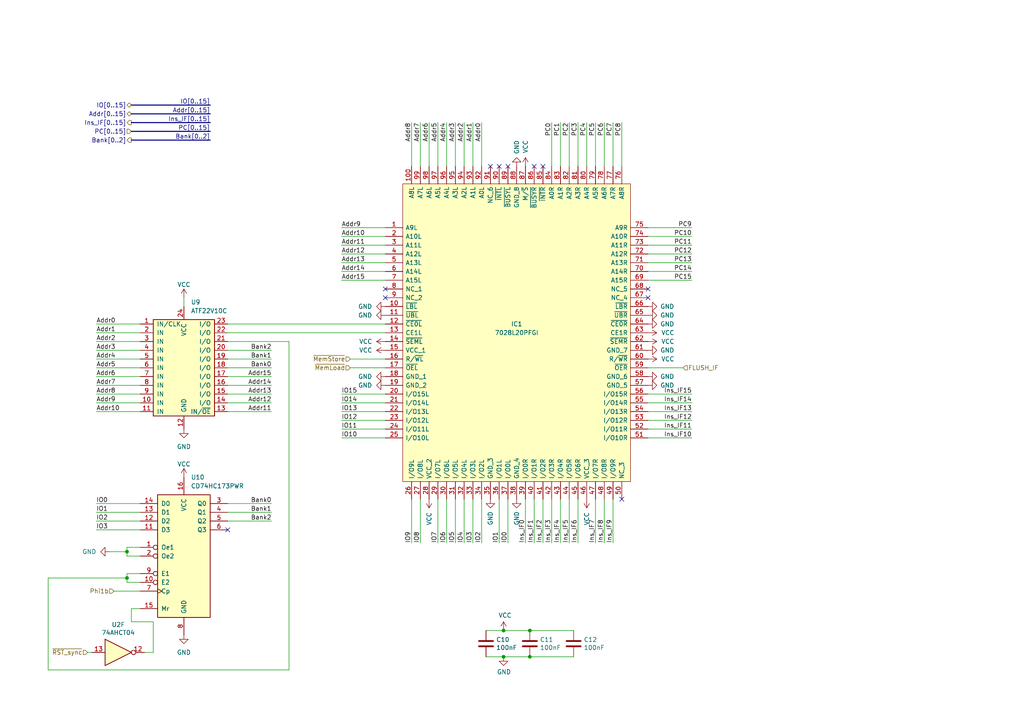
<source format=kicad_sch>
(kicad_sch (version 20230121) (generator eeschema)
  (paper "A4")
  (title_block (title "Turtle16: RAM") (date "2023-04-01") (rev "A") (comment 3 "instruction on the second read port.") (comment 4 "RAM is implemented with a 64K x 16 dual port SRAM so that the IF stage can fetch an"))
  (lib_symbols
    (symbol "74xx:74LS04"
      (property "Reference" "U" (at 0 1.27 0))
      (property "Value" "74LS04" (at 0 -1.27 0))
      (symbol "74LS04_1_0"
        (polyline (pts (xy -3.81 3.81) (xy -3.81 -3.81) (xy 3.81 0) (xy -3.81 3.81)) (stroke (width 0.254)) (fill (type background)))
        (pin input line (at -7.62 0 0) (length 3.81) (name "~") (number "1"))
        (pin output inverted (at 7.62 0 180) (length 3.81) (name "~") (number "2"))
      )
      (symbol "74LS04_2_0"
        (polyline (pts (xy -3.81 3.81) (xy -3.81 -3.81) (xy 3.81 0) (xy -3.81 3.81)) (stroke (width 0.254)) (fill (type background)))
        (pin input line (at -7.62 0 0) (length 3.81) (name "~") (number "3"))
        (pin output inverted (at 7.62 0 180) (length 3.81) (name "~") (number "4"))
      )
      (symbol "74LS04_3_0"
        (polyline (pts (xy -3.81 3.81) (xy -3.81 -3.81) (xy 3.81 0) (xy -3.81 3.81)) (stroke (width 0.254)) (fill (type background)))
        (pin input line (at -7.62 0 0) (length 3.81) (name "~") (number "5"))
        (pin output inverted (at 7.62 0 180) (length 3.81) (name "~") (number "6"))
      )
      (symbol "74LS04_4_0"
        (polyline (pts (xy -3.81 3.81) (xy -3.81 -3.81) (xy 3.81 0) (xy -3.81 3.81)) (stroke (width 0.254)) (fill (type background)))
        (pin output inverted (at 7.62 0 180) (length 3.81) (name "~") (number "8"))
        (pin input line (at -7.62 0 0) (length 3.81) (name "~") (number "9"))
      )
      (symbol "74LS04_5_0"
        (polyline (pts (xy -3.81 3.81) (xy -3.81 -3.81) (xy 3.81 0) (xy -3.81 3.81)) (stroke (width 0.254)) (fill (type background)))
        (pin output inverted (at 7.62 0 180) (length 3.81) (name "~") (number "10"))
        (pin input line (at -7.62 0 0) (length 3.81) (name "~") (number "11"))
      )
      (symbol "74LS04_6_0"
        (polyline (pts (xy -3.81 3.81) (xy -3.81 -3.81) (xy 3.81 0) (xy -3.81 3.81)) (stroke (width 0.254)) (fill (type background)))
        (pin output inverted (at 7.62 0 180) (length 3.81) (name "~") (number "12"))
        (pin input line (at -7.62 0 0) (length 3.81) (name "~") (number "13"))
      )
      (symbol "74LS04_7_0"
        (pin power_in line (at 0 12.7 270) (length 5.08) (name "VCC") (number "14"))
        (pin power_in line (at 0 -12.7 90) (length 5.08) (name "GND") (number "7"))
      )
      (symbol "74LS04_7_1"
        (rectangle (start -5.08 7.62) (end 5.08 -7.62) (stroke (width 0.254)) (fill (type background)))
      )
    )
    (symbol "74xx:74LS173" (pin_names (offset 1.016))
      (property "Reference" "U" (at -7.62 19.05 0))
      (property "Value" "74LS173" (at -7.62 -19.05 0))
      (symbol "74LS173_1_0"
        (pin input inverted (at -12.7 2.54 0) (length 5.08) (name "Oe1") (number "1"))
        (pin input inverted (at -12.7 -7.62 0) (length 5.08) (name "E2") (number "10"))
        (pin input line (at -12.7 7.62 0) (length 5.08) (name "D3") (number "11"))
        (pin input line (at -12.7 10.16 0) (length 5.08) (name "D2") (number "12"))
        (pin input line (at -12.7 12.7 0) (length 5.08) (name "D1") (number "13"))
        (pin input line (at -12.7 15.24 0) (length 5.08) (name "D0") (number "14"))
        (pin input line (at -12.7 -15.24 0) (length 5.08) (name "Mr") (number "15"))
        (pin power_in line (at 0 22.86 270) (length 5.08) (name "VCC") (number "16"))
        (pin input inverted (at -12.7 0 0) (length 5.08) (name "Oe2") (number "2"))
        (pin tri_state line (at 12.7 15.24 180) (length 5.08) (name "Q0") (number "3"))
        (pin tri_state line (at 12.7 12.7 180) (length 5.08) (name "Q1") (number "4"))
        (pin tri_state line (at 12.7 10.16 180) (length 5.08) (name "Q2") (number "5"))
        (pin tri_state line (at 12.7 7.62 180) (length 5.08) (name "Q3") (number "6"))
        (pin input clock (at -12.7 -10.16 0) (length 5.08) (name "Cp") (number "7"))
        (pin power_in line (at 0 -22.86 90) (length 5.08) (name "GND") (number "8"))
        (pin input inverted (at -12.7 -5.08 0) (length 5.08) (name "E1") (number "9"))
      )
      (symbol "74LS173_1_1"
        (rectangle (start -7.62 17.78) (end 7.62 -17.78) (stroke (width 0.254)) (fill (type background)))
      )
    )
    (symbol "Device:C" (pin_numbers hide) (pin_names (offset 0.254))
      (property "Reference" "C" (at 0.635 2.54 0))
      (property "Value" "C" (at 0.635 -2.54 0))
      (symbol "C_0_1"
        (polyline (pts (xy -2.032 -0.762) (xy 2.032 -0.762)) (stroke (width 0.508)))
        (polyline (pts (xy -2.032 0.762) (xy 2.032 0.762)) (stroke (width 0.508)))
      )
      (symbol "C_1_1"
        (pin passive line (at 0 3.81 270) (length 2.794) (name "~") (number "1"))
        (pin passive line (at 0 -3.81 90) (length 2.794) (name "~") (number "2"))
      )
    )
    (symbol "MEMModule-rescue:ATF22V10C-Logic_Programmable" (pin_names (offset 1.016))
      (property "Reference" "U" (at -7.62 17.78 0))
      (property "Value" "ATF22V10C-Logic_Programmable" (at -7.62 15.24 0))
      (symbol "ATF22V10C-Logic_Programmable_1_1"
        (rectangle (start -8.89 -15.24) (end 8.89 12.7) (stroke (width 0.254)) (fill (type background)))
        (pin input line (at -12.7 11.43 0) (length 3.81) (name "IN/CLK") (number "1"))
        (pin input line (at -12.7 -11.43 0) (length 3.81) (name "IN") (number "10"))
        (pin input line (at -12.7 -13.97 0) (length 3.81) (name "IN") (number "11"))
        (pin power_in line (at 0 -19.05 90) (length 3.81) (name "GND") (number "12"))
        (pin input line (at 12.7 -13.97 180) (length 3.81) (name "IN/~{OE}") (number "13"))
        (pin passive line (at 12.7 -11.43 180) (length 3.81) (name "I/O") (number "14"))
        (pin passive line (at 12.7 -8.89 180) (length 3.81) (name "I/O") (number "15"))
        (pin passive line (at 12.7 -6.35 180) (length 3.81) (name "I/O") (number "16"))
        (pin passive line (at 12.7 -3.81 180) (length 3.81) (name "I/O") (number "17"))
        (pin passive line (at 12.7 -1.27 180) (length 3.81) (name "I/O") (number "18"))
        (pin passive line (at 12.7 1.27 180) (length 3.81) (name "I/O") (number "19"))
        (pin input line (at -12.7 8.89 0) (length 3.81) (name "IN") (number "2"))
        (pin passive line (at 12.7 3.81 180) (length 3.81) (name "I/O") (number "20"))
        (pin passive line (at 12.7 6.35 180) (length 3.81) (name "I/O") (number "21"))
        (pin passive line (at 12.7 8.89 180) (length 3.81) (name "I/O") (number "22"))
        (pin passive line (at 12.7 11.43 180) (length 3.81) (name "I/O") (number "23"))
        (pin power_in line (at 0 16.51 270) (length 3.81) (name "VCC") (number "24"))
        (pin input line (at -12.7 6.35 0) (length 3.81) (name "IN") (number "3"))
        (pin input line (at -12.7 3.81 0) (length 3.81) (name "IN") (number "4"))
        (pin input line (at -12.7 1.27 0) (length 3.81) (name "IN") (number "5"))
        (pin input line (at -12.7 -1.27 0) (length 3.81) (name "IN") (number "6"))
        (pin input line (at -12.7 -3.81 0) (length 3.81) (name "IN") (number "7"))
        (pin input line (at -12.7 -6.35 0) (length 3.81) (name "IN") (number "8"))
        (pin input line (at -12.7 -8.89 0) (length 3.81) (name "IN") (number "9"))
      )
    )
    (symbol "Memory_RAM:7028L20PFGI" (pin_names (offset 0.762))
      (property "Reference" "U" (at 38.1 -27.94 0))
      (property "Value" "7028L20PFGI" (at 38.1 -30.48 0))
      (symbol "7028L20PFGI_0_0"
        (pin passive line (at 0 0 0) (length 5.08) (name "A9L") (number "1"))
        (pin passive line (at 0 -22.86 0) (length 5.08) (name "~{LBL}") (number "10"))
        (pin passive line (at 7.62 17.78 270) (length 5.08) (name "A8L") (number "100"))
        (pin passive line (at 0 -25.4 0) (length 5.08) (name "~{UBL}") (number "11"))
        (pin passive line (at 0 -27.94 0) (length 5.08) (name "~{CE0L}") (number "12"))
        (pin passive line (at 0 -30.48 0) (length 5.08) (name "CE1L") (number "13"))
        (pin passive line (at 0 -33.02 0) (length 5.08) (name "~{SEML}") (number "14"))
        (pin passive line (at 0 -35.56 0) (length 5.08) (name "VCC_1") (number "15"))
        (pin passive line (at 0 -38.1 0) (length 5.08) (name "R/~{WL}") (number "16"))
        (pin passive line (at 0 -40.64 0) (length 5.08) (name "~{OEL}") (number "17"))
        (pin passive line (at 0 -43.18 0) (length 5.08) (name "GND_1") (number "18"))
        (pin passive line (at 0 -45.72 0) (length 5.08) (name "GND_2") (number "19"))
        (pin passive line (at 0 -2.54 0) (length 5.08) (name "A10L") (number "2"))
        (pin passive line (at 0 -48.26 0) (length 5.08) (name "I/O15L") (number "20"))
        (pin passive line (at 0 -50.8 0) (length 5.08) (name "I/O14L") (number "21"))
        (pin passive line (at 0 -53.34 0) (length 5.08) (name "I/O13L") (number "22"))
        (pin passive line (at 0 -55.88 0) (length 5.08) (name "I/O12L") (number "23"))
        (pin passive line (at 0 -58.42 0) (length 5.08) (name "I/O11L") (number "24"))
        (pin passive line (at 0 -60.96 0) (length 5.08) (name "I/O10L") (number "25"))
        (pin passive line (at 7.62 -78.74 90) (length 5.08) (name "I/O9L") (number "26"))
        (pin passive line (at 10.16 -78.74 90) (length 5.08) (name "I/O8L") (number "27"))
        (pin passive line (at 12.7 -78.74 90) (length 5.08) (name "VCC_2") (number "28"))
        (pin passive line (at 15.24 -78.74 90) (length 5.08) (name "I/O7L") (number "29"))
        (pin passive line (at 0 -5.08 0) (length 5.08) (name "A11L") (number "3"))
        (pin passive line (at 17.78 -78.74 90) (length 5.08) (name "I/O6L") (number "30"))
        (pin passive line (at 20.32 -78.74 90) (length 5.08) (name "I/O5L") (number "31"))
        (pin passive line (at 22.86 -78.74 90) (length 5.08) (name "I/O4L") (number "32"))
        (pin passive line (at 25.4 -78.74 90) (length 5.08) (name "I/O3L") (number "33"))
        (pin passive line (at 27.94 -78.74 90) (length 5.08) (name "I/O2L") (number "34"))
        (pin passive line (at 30.48 -78.74 90) (length 5.08) (name "GND_3") (number "35"))
        (pin passive line (at 33.02 -78.74 90) (length 5.08) (name "I/O1L") (number "36"))
        (pin passive line (at 35.56 -78.74 90) (length 5.08) (name "I/O0L") (number "37"))
        (pin passive line (at 38.1 -78.74 90) (length 5.08) (name "GND_4") (number "38"))
        (pin passive line (at 40.64 -78.74 90) (length 5.08) (name "I/O0R") (number "39"))
        (pin passive line (at 0 -7.62 0) (length 5.08) (name "A12L") (number "4"))
        (pin passive line (at 43.18 -78.74 90) (length 5.08) (name "I/O1R") (number "40"))
        (pin passive line (at 45.72 -78.74 90) (length 5.08) (name "I/O2R") (number "41"))
        (pin passive line (at 48.26 -78.74 90) (length 5.08) (name "I/O3R") (number "42"))
        (pin passive line (at 50.8 -78.74 90) (length 5.08) (name "I/O4R") (number "43"))
        (pin passive line (at 53.34 -78.74 90) (length 5.08) (name "I/O5R") (number "44"))
        (pin passive line (at 55.88 -78.74 90) (length 5.08) (name "I/O6R") (number "45"))
        (pin passive line (at 58.42 -78.74 90) (length 5.08) (name "VCC_3") (number "46"))
        (pin passive line (at 60.96 -78.74 90) (length 5.08) (name "I/O7R") (number "47"))
        (pin passive line (at 63.5 -78.74 90) (length 5.08) (name "I/O8R") (number "48"))
        (pin passive line (at 66.04 -78.74 90) (length 5.08) (name "I/O9R") (number "49"))
        (pin passive line (at 0 -10.16 0) (length 5.08) (name "A13L") (number "5"))
        (pin passive line (at 68.58 -78.74 90) (length 5.08) (name "NC_3") (number "50"))
        (pin passive line (at 76.2 -60.96 180) (length 5.08) (name "I/O10R") (number "51"))
        (pin passive line (at 76.2 -58.42 180) (length 5.08) (name "I/O11R") (number "52"))
        (pin passive line (at 76.2 -55.88 180) (length 5.08) (name "I/O12R") (number "53"))
        (pin passive line (at 76.2 -53.34 180) (length 5.08) (name "I/O13R") (number "54"))
        (pin passive line (at 76.2 -50.8 180) (length 5.08) (name "I/O14R") (number "55"))
        (pin passive line (at 76.2 -48.26 180) (length 5.08) (name "I/O15R") (number "56"))
        (pin passive line (at 76.2 -45.72 180) (length 5.08) (name "GND_5") (number "57"))
        (pin passive line (at 76.2 -43.18 180) (length 5.08) (name "GND_6") (number "58"))
        (pin passive line (at 76.2 -40.64 180) (length 5.08) (name "~{OER}") (number "59"))
        (pin passive line (at 0 -12.7 0) (length 5.08) (name "A14L") (number "6"))
        (pin passive line (at 76.2 -38.1 180) (length 5.08) (name "R/~{WR}") (number "60"))
        (pin passive line (at 76.2 -35.56 180) (length 5.08) (name "GND_7") (number "61"))
        (pin passive line (at 76.2 -33.02 180) (length 5.08) (name "~{SEMR}") (number "62"))
        (pin passive line (at 76.2 -30.48 180) (length 5.08) (name "CE1R") (number "63"))
        (pin passive line (at 76.2 -27.94 180) (length 5.08) (name "~{CE0R}") (number "64"))
        (pin passive line (at 76.2 -25.4 180) (length 5.08) (name "~{UBR}") (number "65"))
        (pin passive line (at 76.2 -22.86 180) (length 5.08) (name "~{LBR}") (number "66"))
        (pin passive line (at 76.2 -20.32 180) (length 5.08) (name "NC_4") (number "67"))
        (pin passive line (at 76.2 -17.78 180) (length 5.08) (name "NC_5") (number "68"))
        (pin passive line (at 76.2 -15.24 180) (length 5.08) (name "A15R") (number "69"))
        (pin passive line (at 0 -15.24 0) (length 5.08) (name "A15L") (number "7"))
        (pin passive line (at 76.2 -12.7 180) (length 5.08) (name "A14R") (number "70"))
        (pin passive line (at 76.2 -10.16 180) (length 5.08) (name "A13R") (number "71"))
        (pin passive line (at 76.2 -7.62 180) (length 5.08) (name "A12R") (number "72"))
        (pin passive line (at 76.2 -5.08 180) (length 5.08) (name "A11R") (number "73"))
        (pin passive line (at 76.2 -2.54 180) (length 5.08) (name "A10R") (number "74"))
        (pin passive line (at 76.2 0 180) (length 5.08) (name "A9R") (number "75"))
        (pin passive line (at 68.58 17.78 270) (length 5.08) (name "A8R") (number "76"))
        (pin passive line (at 66.04 17.78 270) (length 5.08) (name "A7R") (number "77"))
        (pin passive line (at 63.5 17.78 270) (length 5.08) (name "A6R") (number "78"))
        (pin passive line (at 60.96 17.78 270) (length 5.08) (name "A5R") (number "79"))
        (pin passive line (at 0 -17.78 0) (length 5.08) (name "NC_1") (number "8"))
        (pin passive line (at 58.42 17.78 270) (length 5.08) (name "A4R") (number "80"))
        (pin passive line (at 55.88 17.78 270) (length 5.08) (name "A3R") (number "81"))
        (pin passive line (at 53.34 17.78 270) (length 5.08) (name "A2R") (number "82"))
        (pin passive line (at 50.8 17.78 270) (length 5.08) (name "A1R") (number "83"))
        (pin passive line (at 48.26 17.78 270) (length 5.08) (name "A0R") (number "84"))
        (pin passive line (at 45.72 17.78 270) (length 5.08) (name "~{INTR}") (number "85"))
        (pin passive line (at 43.18 17.78 270) (length 5.08) (name "~{BUSYR}") (number "86"))
        (pin passive line (at 40.64 17.78 270) (length 5.08) (name "M/~{S}") (number "87"))
        (pin passive line (at 38.1 17.78 270) (length 5.08) (name "GND_8") (number "88"))
        (pin passive line (at 35.56 17.78 270) (length 5.08) (name "~{BUSYL}") (number "89"))
        (pin passive line (at 0 -20.32 0) (length 5.08) (name "NC_2") (number "9"))
        (pin passive line (at 33.02 17.78 270) (length 5.08) (name "~{INTL}") (number "90"))
        (pin passive line (at 30.48 17.78 270) (length 5.08) (name "NC_6") (number "91"))
        (pin passive line (at 27.94 17.78 270) (length 5.08) (name "A0L") (number "92"))
        (pin passive line (at 25.4 17.78 270) (length 5.08) (name "A1L") (number "93"))
        (pin passive line (at 22.86 17.78 270) (length 5.08) (name "A2L") (number "94"))
        (pin passive line (at 20.32 17.78 270) (length 5.08) (name "A3L") (number "95"))
        (pin passive line (at 17.78 17.78 270) (length 5.08) (name "A4L") (number "96"))
        (pin passive line (at 15.24 17.78 270) (length 5.08) (name "A5L") (number "97"))
        (pin passive line (at 12.7 17.78 270) (length 5.08) (name "A6L") (number "98"))
        (pin passive line (at 10.16 17.78 270) (length 5.08) (name "A7L") (number "99"))
      )
      (symbol "7028L20PFGI_0_1"
        (polyline (pts (xy 5.08 12.7) (xy 71.12 12.7) (xy 71.12 -73.66) (xy 5.08 -73.66) (xy 5.08 12.7)) (stroke (width 0.1524)) (fill (type background)))
      )
    )
    (symbol "power:GND" (power) (pin_names (offset 0))
      (property "Value" "GND" (at 0 -3.81 0))
      (symbol "GND_0_1"
        (polyline (pts (xy 0 0) (xy 0 -1.27) (xy 1.27 -1.27) (xy 0 -2.54) (xy -1.27 -1.27) (xy 0 -1.27)))
      )
      (symbol "GND_1_1"
        (pin power_in line (at 0 0 270) (length 0) hide (name "GND") (number "1"))
      )
    )
    (symbol "power:VCC" (power) (pin_names (offset 0))
      (property "Value" "VCC" (at 0 3.81 0))
      (symbol "VCC_0_1"
        (polyline (pts (xy -0.762 1.27) (xy 0 2.54)))
        (polyline (pts (xy 0 0) (xy 0 2.54)))
        (polyline (pts (xy 0 2.54) (xy 0.762 1.27)))
      )
      (symbol "VCC_1_1"
        (pin power_in line (at 0 0 90) (length 0) hide (name "VCC") (number "1"))
      )
    )
  )
  (junction (at 146.05 182.88))
  (junction (at 146.05 190.5))
  (junction (at 153.67 182.88))
  (junction (at 36.83 167.64))
  (junction (at 36.83 160.02))
  (junction (at 153.67 190.5))
  (no_connect (at 66.04 153.67))
  (no_connect (at 157.48 48.26))
  (no_connect (at 154.94 48.26))
  (no_connect (at 144.78 48.26))
  (no_connect (at 147.32 48.26))
  (no_connect (at 111.76 83.82))
  (no_connect (at 111.76 86.36))
  (no_connect (at 180.34 144.78))
  (no_connect (at 142.24 48.26))
  (no_connect (at 187.96 83.82))
  (no_connect (at 187.96 86.36))
  (wire (pts (xy 27.94 146.05) (xy 40.64 146.05)))
  (bus (pts (xy 38.1 40.64) (xy 60.96 40.64)))
  (wire (pts (xy 27.94 101.6) (xy 40.64 101.6)))
  (wire (pts (xy 27.94 114.3) (xy 40.64 114.3)))
  (wire (pts (xy 27.94 151.13) (xy 40.64 151.13)))
  (wire (pts (xy 180.34 35.56) (xy 180.34 48.26)))
  (wire (pts (xy 78.74 116.84) (xy 66.04 116.84)))
  (wire (pts (xy 13.97 194.31) (xy 83.82 194.31)))
  (wire (pts (xy 200.66 127) (xy 187.96 127)))
  (wire (pts (xy 66.04 99.06) (xy 83.82 99.06)))
  (wire (pts (xy 44.45 180.34) (xy 38.1 180.34)))
  (wire (pts (xy 36.83 166.37) (xy 36.83 167.64)))
  (wire (pts (xy 40.64 158.75) (xy 36.83 158.75)))
  (wire (pts (xy 27.94 119.38) (xy 40.64 119.38)))
  (wire (pts (xy 27.94 148.59) (xy 40.64 148.59)))
  (wire (pts (xy 27.94 104.14) (xy 40.64 104.14)))
  (wire (pts (xy 78.74 114.3) (xy 66.04 114.3)))
  (wire (pts (xy 99.06 114.3) (xy 111.76 114.3)))
  (wire (pts (xy 134.62 157.48) (xy 134.62 144.78)))
  (wire (pts (xy 144.78 157.48) (xy 144.78 144.78)))
  (wire (pts (xy 167.64 157.48) (xy 167.64 144.78)))
  (wire (pts (xy 124.46 35.56) (xy 124.46 48.26)))
  (wire (pts (xy 25.4 189.23) (xy 26.67 189.23)))
  (wire (pts (xy 132.08 157.48) (xy 132.08 144.78)))
  (wire (pts (xy 27.94 93.98) (xy 40.64 93.98)))
  (wire (pts (xy 27.94 109.22) (xy 40.64 109.22)))
  (wire (pts (xy 36.83 167.64) (xy 13.97 167.64)))
  (bus (pts (xy 38.1 35.56) (xy 60.96 35.56)))
  (wire (pts (xy 38.1 176.53) (xy 40.64 176.53)))
  (wire (pts (xy 119.38 35.56) (xy 119.38 48.26)))
  (wire (pts (xy 167.64 35.56) (xy 167.64 48.26)))
  (wire (pts (xy 162.56 35.56) (xy 162.56 48.26)))
  (wire (pts (xy 78.74 151.13) (xy 66.04 151.13)))
  (wire (pts (xy 27.94 96.52) (xy 40.64 96.52)))
  (wire (pts (xy 200.66 124.46) (xy 187.96 124.46)))
  (wire (pts (xy 36.83 158.75) (xy 36.83 160.02)))
  (wire (pts (xy 99.06 68.58) (xy 111.76 68.58)))
  (wire (pts (xy 99.06 78.74) (xy 111.76 78.74)))
  (wire (pts (xy 99.06 119.38) (xy 111.76 119.38)))
  (wire (pts (xy 78.74 101.6) (xy 66.04 101.6)))
  (wire (pts (xy 53.34 86.36) (xy 53.34 88.9)))
  (wire (pts (xy 36.83 168.91) (xy 40.64 168.91)))
  (wire (pts (xy 129.54 157.48) (xy 129.54 144.78)))
  (wire (pts (xy 200.66 78.74) (xy 187.96 78.74)))
  (wire (pts (xy 175.26 157.48) (xy 175.26 144.78)))
  (wire (pts (xy 41.91 189.23) (xy 44.45 189.23)))
  (wire (pts (xy 33.02 171.45) (xy 40.64 171.45)))
  (wire (pts (xy 140.97 182.88) (xy 146.05 182.88)))
  (wire (pts (xy 172.72 35.56) (xy 172.72 48.26)))
  (wire (pts (xy 99.06 73.66) (xy 111.76 73.66)))
  (wire (pts (xy 200.66 76.2) (xy 187.96 76.2)))
  (wire (pts (xy 36.83 167.64) (xy 36.83 168.91)))
  (wire (pts (xy 200.66 71.12) (xy 187.96 71.12)))
  (wire (pts (xy 200.66 81.28) (xy 187.96 81.28)))
  (wire (pts (xy 147.32 157.48) (xy 147.32 144.78)))
  (wire (pts (xy 121.92 157.48) (xy 121.92 144.78)))
  (wire (pts (xy 129.54 35.56) (xy 129.54 48.26)))
  (wire (pts (xy 78.74 146.05) (xy 66.04 146.05)))
  (wire (pts (xy 177.8 157.48) (xy 177.8 144.78)))
  (wire (pts (xy 99.06 121.92) (xy 111.76 121.92)))
  (wire (pts (xy 78.74 119.38) (xy 66.04 119.38)))
  (wire (pts (xy 83.82 99.06) (xy 83.82 194.31)))
  (wire (pts (xy 66.04 93.98) (xy 111.76 93.98)))
  (wire (pts (xy 170.18 35.56) (xy 170.18 48.26)))
  (wire (pts (xy 99.06 71.12) (xy 111.76 71.12)))
  (wire (pts (xy 137.16 35.56) (xy 137.16 48.26)))
  (wire (pts (xy 132.08 35.56) (xy 132.08 48.26)))
  (wire (pts (xy 153.67 190.5) (xy 146.05 190.5)))
  (wire (pts (xy 200.66 68.58) (xy 187.96 68.58)))
  (wire (pts (xy 200.66 121.92) (xy 187.96 121.92)))
  (wire (pts (xy 121.92 35.56) (xy 121.92 48.26)))
  (wire (pts (xy 200.66 73.66) (xy 187.96 73.66)))
  (wire (pts (xy 13.97 167.64) (xy 13.97 194.31)))
  (wire (pts (xy 27.94 106.68) (xy 40.64 106.68)))
  (wire (pts (xy 172.72 157.48) (xy 172.72 144.78)))
  (wire (pts (xy 127 157.48) (xy 127 144.78)))
  (wire (pts (xy 166.37 190.5) (xy 153.67 190.5)))
  (wire (pts (xy 27.94 111.76) (xy 40.64 111.76)))
  (wire (pts (xy 27.94 99.06) (xy 40.64 99.06)))
  (bus (pts (xy 38.1 38.1) (xy 60.96 38.1)))
  (wire (pts (xy 200.66 114.3) (xy 187.96 114.3)))
  (wire (pts (xy 99.06 127) (xy 111.76 127)))
  (wire (pts (xy 137.16 157.48) (xy 137.16 144.78)))
  (wire (pts (xy 175.26 35.56) (xy 175.26 48.26)))
  (wire (pts (xy 78.74 104.14) (xy 66.04 104.14)))
  (wire (pts (xy 165.1 35.56) (xy 165.1 48.26)))
  (wire (pts (xy 99.06 81.28) (xy 111.76 81.28)))
  (wire (pts (xy 119.38 157.48) (xy 119.38 144.78)))
  (wire (pts (xy 44.45 189.23) (xy 44.45 180.34)))
  (wire (pts (xy 78.74 148.59) (xy 66.04 148.59)))
  (wire (pts (xy 101.6 104.14) (xy 111.76 104.14)))
  (wire (pts (xy 177.8 35.56) (xy 177.8 48.26)))
  (wire (pts (xy 162.56 157.48) (xy 162.56 144.78)))
  (wire (pts (xy 78.74 109.22) (xy 66.04 109.22)))
  (wire (pts (xy 27.94 116.84) (xy 40.64 116.84)))
  (wire (pts (xy 154.94 157.48) (xy 154.94 144.78)))
  (wire (pts (xy 146.05 182.88) (xy 153.67 182.88)))
  (wire (pts (xy 78.74 111.76) (xy 66.04 111.76)))
  (wire (pts (xy 66.04 96.52) (xy 111.76 96.52)))
  (wire (pts (xy 36.83 160.02) (xy 36.83 161.29)))
  (wire (pts (xy 127 35.56) (xy 127 48.26)))
  (wire (pts (xy 200.66 116.84) (xy 187.96 116.84)))
  (wire (pts (xy 139.7 35.56) (xy 139.7 48.26)))
  (wire (pts (xy 99.06 124.46) (xy 111.76 124.46)))
  (wire (pts (xy 78.74 106.68) (xy 66.04 106.68)))
  (wire (pts (xy 146.05 190.5) (xy 140.97 190.5)))
  (wire (pts (xy 160.02 35.56) (xy 160.02 48.26)))
  (wire (pts (xy 134.62 35.56) (xy 134.62 48.26)))
  (wire (pts (xy 99.06 76.2) (xy 111.76 76.2)))
  (wire (pts (xy 157.48 157.48) (xy 157.48 144.78)))
  (wire (pts (xy 99.06 116.84) (xy 111.76 116.84)))
  (wire (pts (xy 27.94 153.67) (xy 40.64 153.67)))
  (wire (pts (xy 165.1 157.48) (xy 165.1 144.78)))
  (wire (pts (xy 160.02 157.48) (xy 160.02 144.78)))
  (wire (pts (xy 153.67 182.88) (xy 166.37 182.88)))
  (wire (pts (xy 198.12 106.68) (xy 187.96 106.68)))
  (wire (pts (xy 40.64 166.37) (xy 36.83 166.37)))
  (bus (pts (xy 38.1 30.48) (xy 60.96 30.48)))
  (wire (pts (xy 31.75 160.02) (xy 36.83 160.02)))
  (wire (pts (xy 36.83 161.29) (xy 40.64 161.29)))
  (wire (pts (xy 139.7 157.48) (xy 139.7 144.78)))
  (wire (pts (xy 101.6 106.68) (xy 111.76 106.68)))
  (bus (pts (xy 38.1 33.02) (xy 60.96 33.02)))
  (wire (pts (xy 200.66 119.38) (xy 187.96 119.38)))
  (wire (pts (xy 99.06 66.04) (xy 111.76 66.04)))
  (wire (pts (xy 200.66 66.04) (xy 187.96 66.04)))
  (wire (pts (xy 152.4 157.48) (xy 152.4 144.78)))
  (wire (pts (xy 38.1 180.34) (xy 38.1 176.53)))
  (label "Ins_IF8" (at 175.26 157.48 90))
  (label "Ins_IF1" (at 154.94 157.48 90))
  (label "Addr0" (at 139.7 35.56 270))
  (label "Bank0" (at 78.74 146.05 180))
  (label "IO0" (at 147.32 157.48 90))
  (label "Ins_IF4" (at 162.56 157.48 90))
  (label "PC1" (at 162.56 35.56 270))
  (label "IO5" (at 132.08 157.48 90))
  (label "Ins_IF7" (at 172.72 157.48 90))
  (label "Bank2" (at 78.74 101.6 180))
  (label "IO0" (at 27.94 146.05 0))
  (label "IO2" (at 139.7 157.48 90))
  (label "Addr2" (at 134.62 35.56 270))
  (label "IO[0..15]" (at 60.96 30.48 180))
  (label "Ins_IF3" (at 160.02 157.48 90))
  (label "Ins_IF14" (at 200.66 116.84 180))
  (label "Bank2" (at 78.74 151.13 180))
  (label "IO1" (at 27.94 148.59 0))
  (label "Addr12" (at 78.74 116.84 180))
  (label "Ins_IF6" (at 167.64 157.48 90))
  (label "Ins_IF11" (at 200.66 124.46 180))
  (label "IO14" (at 99.06 116.84 0))
  (label "PC7" (at 177.8 35.56 270))
  (label "PC13" (at 200.66 76.2 180))
  (label "PC15" (at 200.66 81.28 180))
  (label "Addr9" (at 27.94 116.84 0))
  (label "Ins_IF12" (at 200.66 121.92 180))
  (label "Addr9" (at 99.06 66.04 0))
  (label "Bank[0..2]" (at 60.96 40.64 180))
  (label "Addr6" (at 124.46 35.56 270))
  (label "Addr13" (at 99.06 76.2 0))
  (label "PC[0..15]" (at 60.96 38.1 180))
  (label "Addr7" (at 121.92 35.56 270))
  (label "IO13" (at 99.06 119.38 0))
  (label "Addr5" (at 27.94 106.68 0))
  (label "PC4" (at 170.18 35.56 270))
  (label "Addr0" (at 27.94 93.98 0))
  (label "Ins_IF15" (at 200.66 114.3 180))
  (label "Addr14" (at 99.06 78.74 0))
  (label "Addr11" (at 99.06 71.12 0))
  (label "Ins_IF0" (at 152.4 157.48 90))
  (label "Addr10" (at 27.94 119.38 0))
  (label "Addr2" (at 27.94 99.06 0))
  (label "IO1" (at 144.78 157.48 90))
  (label "Bank1" (at 78.74 148.59 180))
  (label "IO15" (at 99.06 114.3 0))
  (label "Ins_IF[0..15]" (at 60.96 35.56 180))
  (label "Addr15" (at 99.06 81.28 0))
  (label "PC9" (at 200.66 66.04 180))
  (label "Addr14" (at 78.74 111.76 180))
  (label "Addr4" (at 27.94 104.14 0))
  (label "Addr7" (at 27.94 111.76 0))
  (label "Ins_IF2" (at 157.48 157.48 90))
  (label "Ins_IF10" (at 200.66 127 180))
  (label "IO3" (at 27.94 153.67 0))
  (label "IO8" (at 121.92 157.48 90))
  (label "IO6" (at 129.54 157.48 90))
  (label "Bank1" (at 78.74 104.14 180))
  (label "Ins_IF5" (at 165.1 157.48 90))
  (label "Ins_IF9" (at 177.8 157.48 90))
  (label "PC5" (at 172.72 35.56 270))
  (label "Addr15" (at 78.74 109.22 180))
  (label "IO7" (at 127 157.48 90))
  (label "Addr6" (at 27.94 109.22 0))
  (label "Addr12" (at 99.06 73.66 0))
  (label "Addr1" (at 137.16 35.56 270))
  (label "Addr10" (at 99.06 68.58 0))
  (label "Addr11" (at 78.74 119.38 180))
  (label "IO11" (at 99.06 124.46 0))
  (label "PC2" (at 165.1 35.56 270))
  (label "PC0" (at 160.02 35.56 270))
  (label "PC6" (at 175.26 35.56 270))
  (label "Ins_IF13" (at 200.66 119.38 180))
  (label "IO4" (at 134.62 157.48 90))
  (label "PC10" (at 200.66 68.58 180))
  (label "Addr8" (at 27.94 114.3 0))
  (label "Addr3" (at 132.08 35.56 270))
  (label "Bank0" (at 78.74 106.68 180))
  (label "IO2" (at 27.94 151.13 0))
  (label "PC3" (at 167.64 35.56 270))
  (label "PC14" (at 200.66 78.74 180))
  (label "Addr13" (at 78.74 114.3 180))
  (label "IO12" (at 99.06 121.92 0))
  (label "Addr[0..15]" (at 60.96 33.02 180))
  (label "Addr4" (at 129.54 35.56 270))
  (label "Addr5" (at 127 35.56 270))
  (label "Addr3" (at 27.94 101.6 0))
  (label "Addr1" (at 27.94 96.52 0))
  (label "PC11" (at 200.66 71.12 180))
  (label "Addr8" (at 119.38 35.56 270))
  (label "IO3" (at 137.16 157.48 90))
  (label "PC12" (at 200.66 73.66 180))
  (label "PC8" (at 180.34 35.56 270))
  (label "IO9" (at 119.38 157.48 90))
  (label "IO10" (at 99.06 127 0))
  (hierarchical_label "IO[0..15]" (shape tri_state) (at 38.1 30.48 180))
  (hierarchical_label "~{RST_sync}" (shape input) (at 25.4 189.23 180))
  (hierarchical_label "Bank[0..2]" (shape output) (at 38.1 40.64 180))
  (hierarchical_label "PC[0..15]" (shape input) (at 38.1 38.1 180))
  (hierarchical_label "Phi1b" (shape input) (at 33.02 171.45 180))
  (hierarchical_label "FLUSH_IF" (shape input) (at 198.12 106.68 0))
  (hierarchical_label "Addr[0..15]" (shape tri_state) (at 38.1 33.02 180))
  (hierarchical_label "Ins_IF[0..15]" (shape output) (at 38.1 35.56 180))
  (hierarchical_label "~{MemStore}" (shape input) (at 101.6 104.14 180))
  (hierarchical_label "~{MemLoad}" (shape input) (at 101.6 106.68 180))
  (symbol (lib_id "power:GND") (at 149.86 144.78 0) (unit 1)
    (property "Reference" "#PWR0128" (effects hide))
    (property "Value" "GND" (at 149.86 152.4 90) (effects (justify left)))
  )
  (symbol (lib_id "power:VCC") (at 170.18 144.78 0) (mirror x) (unit 1)
    (property "Reference" "#PWR0130" (effects hide))
    (property "Value" "VCC" (at 170.18 152.4 90) (effects (justify right)))
  )
  (symbol (lib_id "power:GND") (at 187.96 101.6 90) (unit 1)
    (property "Reference" "#PWR0136" (effects hide))
    (property "Value" "GND" (at 195.58 101.6 90) (effects (justify left)))
  )
  (symbol (lib_id "Device:C") (at 140.97 186.69 0) (unit 1)
    (property "Reference" "C10" (at 143.891 185.5216 0) (effects (justify left)))
    (property "Value" "100nF" (at 143.891 187.833 0) (effects (justify left)))
    (property "Footprint" "Capacitor_SMD:C_0603_1608Metric_Pad1.08x0.95mm_HandSolder" (effects hide))
    (property "Mouser" "https://www.mouser.com/ProductDetail/963-EMK107B7104KAHT" (effects hide))
  )
  (symbol (lib_id "Device:C") (at 153.67 186.69 0) (unit 1)
    (property "Reference" "C11" (at 156.591 185.5216 0) (effects (justify left)))
    (property "Value" "100nF" (at 156.591 187.833 0) (effects (justify left)))
    (property "Footprint" "Capacitor_SMD:C_0603_1608Metric_Pad1.08x0.95mm_HandSolder" (effects hide))
    (property "Mouser" "https://www.mouser.com/ProductDetail/963-EMK107B7104KAHT" (effects hide))
  )
  (symbol (lib_id "74xx:74LS04") (at 34.29 189.23 0) (unit 6)
    (property "Reference" "U2" (at 34.29 181.1782 0))
    (property "Value" "74AHCT04" (at 34.29 183.4896 0))
    (property "Footprint" "Package_SO:TSSOP-14_4.4x5mm_P0.65mm" (effects hide))
    (property "Datasheet" "http://www.ti.com/lit/gpn/sn74LS04" (effects hide))
    (property "Mouser" "https://www.mouser.com/ProductDetail/771-AHCT04PW112" (effects hide))
  )
  (symbol (lib_id "power:GND") (at 31.75 160.02 270) (unit 1)
    (property "Reference" "#PWR0112" (effects hide))
    (property "Value" "GND" (at 27.94 160.0199 90) (effects (justify right)))
  )
  (symbol (lib_id "power:VCC") (at 187.96 96.52 270) (mirror x) (unit 1)
    (property "Reference" "#PWR0134" (effects hide))
    (property "Value" "VCC" (at 191.77 96.5199 90) (effects (justify left)))
  )
  (symbol (lib_id "power:GND") (at 53.34 184.15 0) (unit 1)
    (property "Reference" "#PWR0116" (effects hide))
    (property "Value" "GND" (at 53.34 189.23 0))
  )
  (symbol (lib_id "power:VCC") (at 187.96 99.06 270) (mirror x) (unit 1)
    (property "Reference" "#PWR0135" (effects hide))
    (property "Value" "VCC" (at 191.77 99.0599 90) (effects (justify left)))
  )
  (symbol (lib_id "power:GND") (at 53.34 124.46 0) (unit 1)
    (property "Reference" "#PWR0114" (effects hide))
    (property "Value" "GND" (at 53.34 129.54 0))
  )
  (symbol (lib_id "power:VCC") (at 111.76 99.06 90) (mirror x) (unit 1)
    (property "Reference" "#PWR0119" (effects hide))
    (property "Value" "VCC" (at 104.14 99.06 90) (effects (justify right)))
  )
  (symbol (lib_id "power:VCC") (at 111.76 101.6 90) (mirror x) (unit 1)
    (property "Reference" "#PWR0120" (effects hide))
    (property "Value" "VCC" (at 104.14 101.6 90) (effects (justify right)))
  )
  (symbol (lib_id "power:GND") (at 187.96 88.9 90) (unit 1)
    (property "Reference" "#PWR0131" (effects hide))
    (property "Value" "GND" (at 195.58 88.9 90) (effects (justify left)))
  )
  (symbol (lib_id "power:VCC") (at 53.34 86.36 0) (unit 1)
    (property "Reference" "#PWR0113" (effects hide))
    (property "Value" "VCC" (at 53.34 82.55 0))
  )
  (symbol (lib_id "power:GND") (at 187.96 109.22 90) (unit 1)
    (property "Reference" "#PWR0139" (effects hide))
    (property "Value" "GND" (at 195.58 109.22 90) (effects (justify left)))
  )
  (symbol (lib_id "Device:C") (at 166.37 186.69 0) (unit 1)
    (property "Reference" "C12" (at 169.291 185.5216 0) (effects (justify left)))
    (property "Value" "100nF" (at 169.291 187.833 0) (effects (justify left)))
    (property "Footprint" "Capacitor_SMD:C_0603_1608Metric_Pad1.08x0.95mm_HandSolder" (effects hide))
    (property "Mouser" "https://www.mouser.com/ProductDetail/963-EMK107B7104KAHT" (effects hide))
  )
  (symbol (lib_id "power:GND") (at 146.05 190.5 0) (unit 1)
    (property "Reference" "#PWR0126" (effects hide))
    (property "Value" "GND" (at 146.177 194.8942 0))
  )
  (symbol (lib_id "power:GND") (at 111.76 109.22 270) (unit 1)
    (property "Reference" "#PWR0121" (effects hide))
    (property "Value" "GND" (at 107.95 109.2199 90) (effects (justify right)))
  )
  (symbol (lib_id "Memory_RAM:7028L20PFGI") (at 111.76 66.04 0) (unit 1)
    (property "Reference" "IC1" (at 149.86 93.98 0))
    (property "Value" "7028L20PFGI" (at 149.86 96.52 0))
    (property "Footprint" "Package_QFP:TQFP-100_14x14mm_P0.5mm" (effects hide))
    (property "Datasheet" "https://www.idt.com/document/dst/7028-data-sheet" (effects hide))
    (property "Description" "TQFP 14.0 X 14.0 X 1.4 MM" (effects hide))
    (property "Height" "1.6" (effects hide))
    (property "Manufacturer_Name" "IDT" (effects hide))
    (property "Manufacturer_Part_Number" "7028L20PFGI" (effects hide))
    (property "Mouser Part Number" "972-7028L20PFGI" (effects hide))
    (property "Mouser Price/Stock" "https://www.mouser.com/Search/Refine.aspx?Keyword=972-7028L20PFGI" (effects hide))
  )
  (symbol (lib_id "power:VCC") (at 152.4 48.26 0) (mirror y) (unit 1)
    (property "Reference" "#PWR0129" (effects hide))
    (property "Value" "VCC" (at 152.4 40.64 90) (effects (justify right)))
  )
  (symbol (lib_id "power:VCC") (at 53.34 138.43 0) (unit 1)
    (property "Reference" "#PWR0115" (effects hide))
    (property "Value" "VCC" (at 53.34 134.62 0))
  )
  (symbol (lib_id "power:GND") (at 111.76 88.9 270) (unit 1)
    (property "Reference" "#PWR0117" (effects hide))
    (property "Value" "GND" (at 107.95 88.8999 90) (effects (justify right)))
  )
  (symbol (lib_id "power:GND") (at 111.76 111.76 270) (unit 1)
    (property "Reference" "#PWR0122" (effects hide))
    (property "Value" "GND" (at 107.95 111.7599 90) (effects (justify right)))
  )
  (symbol (lib_id "power:VCC") (at 124.46 144.78 0) (mirror x) (unit 1)
    (property "Reference" "#PWR0123" (effects hide))
    (property "Value" "VCC" (at 124.46 152.4 90) (effects (justify right)))
  )
  (symbol (lib_id "power:GND") (at 149.86 48.26 180) (unit 1)
    (property "Reference" "#PWR0127" (effects hide))
    (property "Value" "GND" (at 149.86 40.64 90) (effects (justify left)))
  )
  (symbol (lib_id "power:VCC") (at 187.96 104.14 270) (mirror x) (unit 1)
    (property "Reference" "#PWR0137" (effects hide))
    (property "Value" "VCC" (at 191.77 104.1399 90) (effects (justify left)))
  )
  (symbol (lib_id "power:GND") (at 111.76 91.44 270) (unit 1)
    (property "Reference" "#PWR0118" (effects hide))
    (property "Value" "GND" (at 107.95 91.4399 90) (effects (justify right)))
  )
  (symbol (lib_id "74xx:74LS173") (at 53.34 161.29 0) (unit 1)
    (property "Reference" "U10" (at 55.3594 138.43 0) (effects (justify left)))
    (property "Value" "CD74HC173PWR" (at 55.3594 140.97 0) (effects (justify left)))
    (property "Footprint" "Package_SO:TSSOP-16_4.4x5mm_P0.65mm" (effects hide))
    (property "Datasheet" "http://www.ti.com/lit/gpn/sn74LS173" (effects hide))
    (property "Mouser" "https://www.mouser.com/ProductDetail/Texas-Instruments/CD74HC173PWR?qs=JD1fk4stihbsXf8KpXAZKQ%3D%3D" (effects hide))
  )
  (symbol (lib_id "power:VCC") (at 146.05 182.88 0) (unit 1)
    (property "Reference" "#PWR0125" (effects hide))
    (property "Value" "VCC" (at 146.4818 178.4858 0))
  )
  (symbol (lib_id "power:GND") (at 187.96 93.98 90) (unit 1)
    (property "Reference" "#PWR0133" (effects hide))
    (property "Value" "GND" (at 195.58 93.98 90) (effects (justify left)))
  )
  (symbol (lib_id "MEMModule-rescue:ATF22V10C-Logic_Programmable") (at 53.34 105.41 0) (unit 1)
    (property "Reference" "U9" (at 55.3594 87.63 0) (effects (justify left)))
    (property "Value" "ATF22V10C" (at 55.3594 90.17 0) (effects (justify left)))
    (property "Footprint" "Package_DIP:DIP-24_W7.62mm_Socket" (effects hide))
  )
  (symbol (lib_id "power:GND") (at 187.96 111.76 90) (unit 1)
    (property "Reference" "#PWR0140" (effects hide))
    (property "Value" "GND" (at 195.58 111.76 90) (effects (justify left)))
  )
  (symbol (lib_id "power:GND") (at 187.96 91.44 90) (unit 1)
    (property "Reference" "#PWR0132" (effects hide))
    (property "Value" "GND" (at 195.58 91.44 90) (effects (justify left)))
  )
  (symbol (lib_id "power:GND") (at 142.24 144.78 0) (unit 1)
    (property "Reference" "#PWR0124" (effects hide))
    (property "Value" "GND" (at 142.24 152.4 90) (effects (justify left)))
  )
)
</source>
